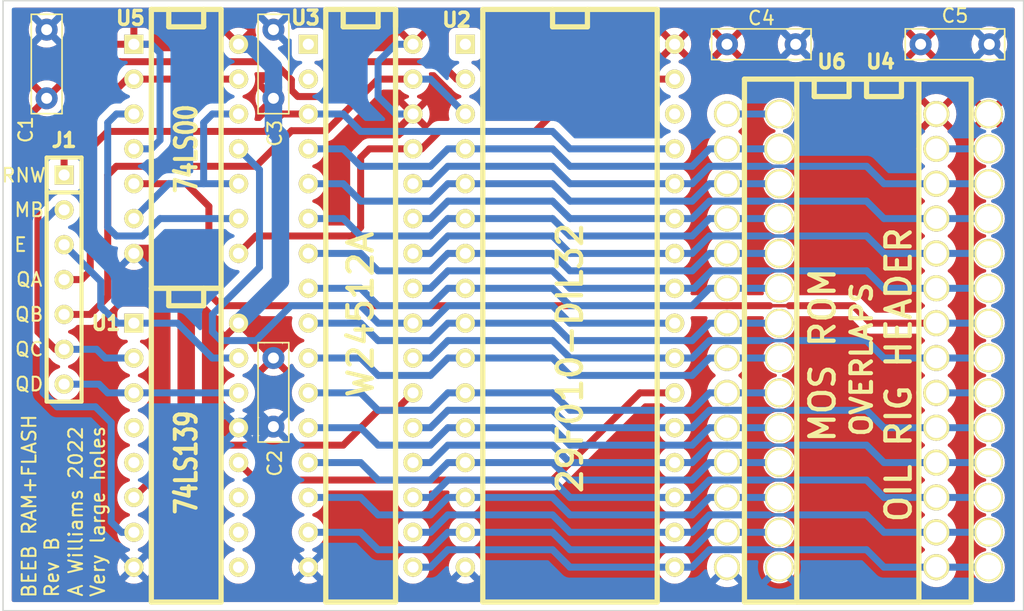
<source format=kicad_pcb>
(kicad_pcb (version 20211014) (generator pcbnew)
  (layers (0 "F.Cu" signal) (31 "B.Cu" signal) (34 "B.Paste" user) (35 "F.Paste" user) (36 "B.SilkS" user "B.Silkscreen") (37 "F.SilkS" user "F.Silkscreen") (38 "B.Mask" user) (39 "F.Mask" user) (44 "Edge.Cuts" user))
  (net 0 "")
  (net 1 "/A0")
  (net 2 "/A1")
  (net 3 "/A10")
  (net 4 "/A11")
  (net 5 "/A12")
  (net 6 "/A13")
  (net 7 "/A2")
  (net 8 "/A3")
  (net 9 "/A4")
  (net 10 "/A5")
  (net 11 "/A6")
  (net 12 "/A7")
  (net 13 "/A8")
  (net 14 "/A9")
  (net 15 "/D0")
  (net 16 "/D1")
  (net 17 "/D2")
  (net 18 "/D3")
  (net 19 "/D4")
  (net 20 "/D5")
  (net 21 "/D6")
  (net 22 "/D7")
  (net 23 "/E")
  (net 24 "/MB")
  (net 25 "/MCE")
  (net 26 "/MOE")
  (net 27 "/MPGM")
  (net 28 "/MVPP")
  (net 29 "/NFLASHCS")
  (net 30 "/NOE")
  (net 31 "/NRAMCS")
  (net 32 "/NWDS")
  (net 33 "/QA")
  (net 34 "/QB")
  (net 35 "/QC")
  (net 36 "/QD")
  (net 37 "/RNW")
  (net 38 "GND")
  (net 39 "VCC")
  (net 47 "Net-(U5-Pad3)")
  (net 48 "Net-(U5-Pad10)")
  (footprint "SIL-7" (layer "F.Cu") (at 215.9 117.475 -90)
    (fp_text reference "J1")
    (fp_text value "CON1" hide)
  )
  (footprint "DIP-32__600" (layer "F.Cu") (at 252.73 119.38 -90)
    (fp_text reference "U2")
    (fp_text value "29F010-DIL32")
  )
  (footprint "DIP-28__600" (layer "F.Cu") (at 275.59 121.92 -90)
    (fp_text reference "U4")
    (fp_text value "OIL RIG HEADER")
  )
  (footprint "DIP-28__600" (layer "F.Cu") (at 271.78 121.92 -90)
    (fp_text reference "U6")
    (fp_text value "MOS ROM")
  )
  (footprint "DIP-16__300" (layer "F.Cu") (at 224.79 129.54 -90)
    (fp_text reference "U1")
    (fp_text value "74LS139")
  )
  (footprint "DIP-14__300" (layer "F.Cu") (at 224.79 107.95 -90)
    (fp_text reference "U5")
    (fp_text value "74LS00")
  )
  (footprint "DIP-32__300" (layer "F.Cu") (at 241.3 119.38 -90)
    (fp_text reference "U3")
    (fp_text value "W24512A")
  )
  (footprint "Capacitor_THT:C_Rect_L7.0mm_W2.0mm_P5.00mm" (layer "F.Cu") (at 231.14 123.19 -90)
    (fp_text reference "C2")
    (fp_text value "0.1uF")
  )
  (footprint "Capacitor_THT:C_Rect_L7.0mm_W2.0mm_P5.00mm" (layer "F.Cu") (at 264.16 100.33)
    (fp_text reference "C4")
    (fp_text value "0.1uF")
  )
  (footprint "Capacitor_THT:C_Rect_L7.0mm_W2.0mm_P5.00mm" (layer "F.Cu") (at 278.257 100.33)
    (fp_text reference "C5")
    (fp_text value "0.1uF")
  )
  (footprint "Capacitor_THT:C_Rect_L7.0mm_W2.0mm_P5.00mm" (layer "F.Cu") (at 214.63 104.267 90)
    (fp_text reference "C1")
    (fp_text value "0.1uF")
  )
  (footprint "Capacitor_THT:C_Rect_L7.0mm_W2.0mm_P5.00mm" (layer "F.Cu") (at 231.14 104.267 90)
    (fp_text reference "C3")
    (fp_text value "0.1uF")
  )
  (gr_line (start 211.455 97.155) (end 285.75 97.155) (layer "Edge.Cuts") (width 0.1))
  (gr_line (start 285.75 97.155) (end 285.75 141.605) (layer "Edge.Cuts") (width 0.1))
  (gr_line (start 211.455 97.155) (end 211.455 141.605) (layer "Edge.Cuts") (width 0.1))
  (gr_line (start 211.455 141.605) (end 285.75 141.605) (layer "Edge.Cuts") (width 0.1))
  (gr_text "Rev B" (at 215.011 138.43 90) (layer "F.SilkS") (effects (font (size 1 1))))
  (gr_text "RNW" (at 212.9536 109.8804) (layer "F.SilkS") (effects (font (size 1 1))))
  (gr_text "QB" (at 213.36 120.015) (layer "F.SilkS") (effects (font (size 1 1))))
  (gr_text "MB" (at 213.36 112.395) (layer "F.SilkS") (effects (font (size 1 1))))
  (gr_text "OVERLAPS" (at 273.9644 123.2916 90) (layer "F.SilkS") (effects (font (size 1.5 1.5) (thickness 0.3))))
  (gr_text "QA" (at 213.36 117.475) (layer "F.SilkS") (effects (font (size 1 1))))
  (gr_text "A Williams 2022\nVery large holes" (at 217.551 134.366 90) (layer "F.SilkS") (effects (font (size 1 1))))
  (gr_text "BEEB RAM+FLASH" (at 213.36 133.985 90) (layer "F.SilkS") (effects (font (size 1 1))))
  (gr_text "QC" (at 213.36 122.555) (layer "F.SilkS") (effects (font (size 1 1))))
  (gr_text "QD" (at 213.36 125.095) (layer "F.SilkS") (effects (font (size 1 1))))
  (gr_text "E" (at 212.725 114.935) (layer "F.SilkS") (effects (font (size 1 1))))
  (segment (start 262.89 128.27) (end 261.62 129.54) (width 0.508) (layer "B.Cu") (net 1))
  (segment (start 261.62 129.54) (end 252.73 129.54) (width 0.508) (layer "B.Cu") (net 1))
  (segment (start 252.73 129.54) (end 251.46 128.27) (width 0.508) (layer "B.Cu") (net 1))
  (segment (start 251.46 128.27) (end 245.11 128.27) (width 0.508) (layer "B.Cu") (net 1))
  (segment (start 243.84 128.27) (end 242.57 129.54) (width 0.508) (layer "B.Cu") (net 1))
  (segment (start 242.57 129.54) (end 238.76 129.54) (width 0.508) (layer "B.Cu") (net 1))
  (segment (start 238.76 129.54) (end 237.49 128.27) (width 0.508) (layer "B.Cu") (net 1))
  (segment (start 237.49 128.27) (end 233.68 128.27) (width 0.508) (layer "B.Cu") (net 1))
  (segment (start 245.11 128.27) (end 243.84 128.27) (width 0.508) (layer "B.Cu") (net 1))
  (segment (start 264.16 128.27) (end 267.97 128.27) (width 0.508) (layer "B.Cu") (net 1))
  (segment (start 264.16 128.27) (end 262.89 128.27) (width 0.508) (layer "B.Cu") (net 1))
  (segment (start 262.89 125.73) (end 261.62 127) (width 0.508) (layer "B.Cu") (net 2))
  (segment (start 261.62 127) (end 252.73 127) (width 0.508) (layer "B.Cu") (net 2))
  (segment (start 252.73 127) (end 251.46 125.73) (width 0.508) (layer "B.Cu") (net 2))
  (segment (start 251.46 125.73) (end 245.11 125.73) (width 0.508) (layer "B.Cu") (net 2))
  (segment (start 243.84 125.73) (end 242.57 127) (width 0.508) (layer "B.Cu") (net 2))
  (segment (start 242.57 127) (end 238.76 127) (width 0.508) (layer "B.Cu") (net 2))
  (segment (start 238.76 127) (end 237.49 125.73) (width 0.508) (layer "B.Cu") (net 2))
  (segment (start 237.49 125.73) (end 233.68 125.73) (width 0.508) (layer "B.Cu") (net 2))
  (segment (start 264.16 125.73) (end 267.97 125.73) (width 0.508) (layer "B.Cu") (net 2))
  (segment (start 264.16 125.73) (end 262.89 125.73) (width 0.508) (layer "B.Cu") (net 2))
  (segment (start 245.11 125.73) (end 243.84 125.73) (width 0.508) (layer "B.Cu") (net 2))
  (segment (start 275.59 123.19) (end 274.32 121.92) (width 0.508) (layer "B.Cu") (net 3))
  (segment (start 262.89 121.92) (end 261.62 123.19) (width 0.508) (layer "B.Cu") (net 3))
  (segment (start 261.62 123.19) (end 260.35 123.19) (width 0.508) (layer "B.Cu") (net 3))
  (segment (start 252.73 123.19) (end 251.46 121.92) (width 0.508) (layer "B.Cu") (net 3))
  (segment (start 251.46 121.92) (end 243.84 121.92) (width 0.508) (layer "B.Cu") (net 3))
  (segment (start 243.84 121.92) (end 242.57 123.19) (width 0.508) (layer "B.Cu") (net 3))
  (segment (start 242.57 123.19) (end 241.3 123.19) (width 0.508) (layer "B.Cu") (net 3))
  (segment (start 279.4 123.19) (end 275.59 123.19) (width 0.508) (layer "B.Cu") (net 3))
  (segment (start 274.2692 121.92) (end 268.732 121.92) (width 0.508) (layer "B.Cu") (net 3))
  (segment (start 260.35 123.19) (end 252.73 123.19) (width 0.508) (layer "B.Cu") (net 3))
  (segment (start 262.89 121.92) (end 267.208 121.92) (width 0.508) (layer "B.Cu") (net 3))
  (segment (start 279.4 123.19) (end 283.21 123.19) (width 0.508) (layer "B.Cu") (net 3))
  (segment (start 267.208 121.92) (end 268.732 121.92) (width 0.254) (layer "B.Cu") (net 3))
  (segment (start 275.59 118.11) (end 274.32 116.84) (width 0.508) (layer "B.Cu") (net 4))
  (segment (start 252.73 118.11) (end 251.46 116.84) (width 0.508) (layer "B.Cu") (net 4))
  (segment (start 251.46 116.84) (end 243.84 116.84) (width 0.508) (layer "B.Cu") (net 4))
  (segment (start 243.84 116.84) (end 242.57 118.11) (width 0.508) (layer "B.Cu") (net 4))
  (segment (start 242.57 118.11) (end 241.3 118.11) (width 0.508) (layer "B.Cu") (net 4))
  (segment (start 274.3454 116.84) (end 268.6812 116.84) (width 0.508) (layer "B.Cu") (net 4))
  (segment (start 260.35 118.11) (end 252.73 118.11) (width 0.508) (layer "B.Cu") (net 4))
  (segment (start 279.4 118.11) (end 275.59 118.11) (width 0.508) (layer "B.Cu") (net 4))
  (segment (start 267.208 116.84) (end 268.6812 116.84) (width 0.254) (layer "B.Cu") (net 4))
  (segment (start 263.0424 116.84) (end 267.208 116.84) (width 0.508) (layer "B.Cu") (net 4))
  (segment (start 263.0424 116.84) (end 261.7724 118.11) (width 0.508) (layer "B.Cu") (net 4))
  (segment (start 261.7724 118.11) (end 260.35 118.11) (width 0.508) (layer "B.Cu") (net 4))
  (segment (start 279.4 118.11) (end 283.21 118.11) (width 0.508) (layer "B.Cu") (net 4))
  (segment (start 262.89 107.95) (end 261.62 109.22) (width 0.508) (layer "B.Cu") (net 5))
  (segment (start 261.62 109.22) (end 252.73 109.22) (width 0.508) (layer "B.Cu") (net 5))
  (segment (start 252.73 109.22) (end 251.46 107.95) (width 0.508) (layer "B.Cu") (net 5))
  (segment (start 251.46 107.95) (end 245.11 107.95) (width 0.508) (layer "B.Cu") (net 5))
  (segment (start 243.84 107.95) (end 242.57 109.22) (width 0.508) (layer "B.Cu") (net 5))
  (segment (start 242.57 109.22) (end 237.49 109.22) (width 0.508) (layer "B.Cu") (net 5))
  (segment (start 237.49 109.22) (end 236.22 107.95) (width 0.508) (layer "B.Cu") (net 5))
  (segment (start 236.22 107.95) (end 233.68 107.95) (width 0.508) (layer "B.Cu") (net 5))
  (segment (start 245.11 107.95) (end 243.84 107.95) (width 0.508) (layer "B.Cu") (net 5))
  (segment (start 264.16 107.95) (end 262.89 107.95) (width 0.508) (layer "B.Cu") (net 5))
  (segment (start 264.16 107.95) (end 267.97 107.95) (width 0.508) (layer "B.Cu") (net 5))
  (segment (start 252.73 110.49) (end 251.46 109.22) (width 0.508) (layer "B.Cu") (net 6))
  (segment (start 251.46 109.22) (end 243.84 109.22) (width 0.508) (layer "B.Cu") (net 6))
  (segment (start 243.84 109.22) (end 242.57 110.49) (width 0.508) (layer "B.Cu") (net 6))
  (segment (start 242.57 110.49) (end 241.3 110.49) (width 0.508) (layer "B.Cu") (net 6))
  (segment (start 279.4 110.49) (end 275.59 110.49) (width 0.508) (layer "B.Cu") (net 6))
  (segment (start 262.89 109.22) (end 261.62 110.49) (width 0.508) (layer "B.Cu") (net 6))
  (segment (start 260.35 110.49) (end 252.73 110.49) (width 0.508) (layer "B.Cu") (net 6))
  (segment (start 267.208 109.22) (end 262.89 109.22) (width 0.508) (layer "B.Cu") (net 6))
  (segment (start 279.4 110.49) (end 283.21 110.49) (width 0.508) (layer "B.Cu") (net 6))
  (segment (start 267.208 109.22) (end 268.732 109.22) (width 0.254) (layer "B.Cu") (net 6))
  (segment (start 274.32 109.22) (end 268.732 109.22) (width 0.508) (layer "B.Cu") (net 6))
  (segment (start 261.62 110.49) (end 260.35 110.49) (width 0.508) (layer "B.Cu") (net 6))
  (segment (start 275.59 110.49) (end 274.32 109.22) (width 0.508) (layer "B.Cu") (net 6))
  (segment (start 262.89 123.19) (end 261.62 124.46) (width 0.508) (layer "B.Cu") (net 7))
  (segment (start 261.62 124.46) (end 252.73 124.46) (width 0.508) (layer "B.Cu") (net 7))
  (segment (start 252.73 124.46) (end 251.46 123.19) (width 0.508) (layer "B.Cu") (net 7))
  (segment (start 251.46 123.19) (end 245.11 123.19) (width 0.508) (layer "B.Cu") (net 7))
  (segment (start 243.84 123.19) (end 242.57 124.46) (width 0.508) (layer "B.Cu") (net 7))
  (segment (start 242.57 124.46) (end 238.76 124.46) (width 0.508) (layer "B.Cu") (net 7))
  (segment (start 238.76 124.46) (end 237.49 123.19) (width 0.508) (layer "B.Cu") (net 7))
  (segment (start 237.49 123.19) (end 233.68 123.19) (width 0.508) (layer "B.Cu") (net 7))
  (segment (start 245.11 123.19) (end 243.84 123.19) (width 0.508) (layer "B.Cu") (net 7))
  (segment (start 264.16 123.19) (end 267.97 123.19) (width 0.508) (layer "B.Cu") (net 7))
  (segment (start 264.16 123.19) (end 262.89 123.19) (width 0.508) (layer "B.Cu") (net 7))
  (segment (start 262.89 120.65) (end 261.62 121.92) (width 0.508) (layer "B.Cu") (net 8))
  (segment (start 261.62 121.92) (end 252.73 121.92) (width 0.508) (layer "B.Cu") (net 8))
  (segment (start 252.73 121.92) (end 251.46 120.65) (width 0.508) (layer "B.Cu") (net 8))
  (segment (start 251.46 120.65) (end 245.11 120.65) (width 0.508) (layer "B.Cu") (net 8))
  (segment (start 243.84 120.65) (end 242.57 121.92) (width 0.508) (layer "B.Cu") (net 8))
  (segment (start 242.57 121.92) (end 238.76 121.92) (width 0.508) (layer "B.Cu") (net 8))
  (segment (start 238.76 121.92) (end 237.49 120.65) (width 0.508) (layer "B.Cu") (net 8))
  (segment (start 237.49 120.65) (end 233.68 120.65) (width 0.508) (layer "B.Cu") (net 8))
  (segment (start 264.16 120.65) (end 262.89 120.65) (width 0.508) (layer "B.Cu") (net 8))
  (segment (start 245.11 120.65) (end 243.84 120.65) (width 0.508) (layer "B.Cu") (net 8))
  (segment (start 264.16 120.65) (end 267.97 120.65) (width 0.508) (layer "B.Cu") (net 8))
  (segment (start 262.89 118.11) (end 261.62 119.38) (width 0.508) (layer "B.Cu") (net 9))
  (segment (start 261.62 119.38) (end 252.73 119.38) (width 0.508) (layer "B.Cu") (net 9))
  (segment (start 252.73 119.38) (end 251.46 118.11) (width 0.508) (layer "B.Cu") (net 9))
  (segment (start 251.46 118.11) (end 245.11 118.11) (width 0.508) (layer "B.Cu") (net 9))
  (segment (start 243.84 118.11) (end 242.57 119.38) (width 0.508) (layer "B.Cu") (net 9))
  (segment (start 242.57 119.38) (end 238.76 119.38) (width 0.508) (layer "B.Cu") (net 9))
  (segment (start 238.76 119.38) (end 237.49 118.11) (width 0.508) (layer "B.Cu") (net 9))
  (segment (start 237.49 118.11) (end 233.68 118.11) (width 0.508) (layer "B.Cu") (net 9))
  (segment (start 245.11 118.11) (end 243.84 118.11) (width 0.508) (layer "B.Cu") (net 9))
  (segment (start 264.16 118.11) (end 262.89 118.11) (width 0.508) (layer "B.Cu") (net 9))
  (segment (start 264.16 118.11) (end 267.97 118.11) (width 0.508) (layer "B.Cu") (net 9))
  (segment (start 262.89 115.57) (end 261.62 116.84) (width 0.508) (layer "B.Cu") (net 10))
  (segment (start 261.62 116.84) (end 252.73 116.84) (width 0.508) (layer "B.Cu") (net 10))
  (segment (start 252.73 116.84) (end 251.46 115.57) (width 0.508) (layer "B.Cu") (net 10))
  (segment (start 251.46 115.57) (end 245.11 115.57) (width 0.508) (layer "B.Cu") (net 10))
  (segment (start 243.84 115.57) (end 242.57 116.84) (width 0.508) (layer "B.Cu") (net 10))
  (segment (start 242.57 116.84) (end 238.76 116.84) (width 0.508) (layer "B.Cu") (net 10))
  (segment (start 238.76 116.84) (end 237.49 115.57) (width 0.508) (layer "B.Cu") (net 10))
  (segment (start 237.49 115.57) (end 233.68 115.57) (width 0.508) (layer "B.Cu") (net 10))
  (segment (start 264.16 115.57) (end 267.97 115.57) (width 0.508) (layer "B.Cu") (net 10))
  (segment (start 264.16 115.57) (end 262.89 115.57) (width 0.508) (layer "B.Cu") (net 10))
  (segment (start 245.11 115.57) (end 243.84 115.57) (width 0.508) (layer "B.Cu") (net 10))
  (segment (start 262.89 113.03) (end 261.62 114.3) (width 0.508) (layer "B.Cu") (net 11))
  (segment (start 261.62 114.3) (end 252.73 114.3) (width 0.508) (layer "B.Cu") (net 11))
  (segment (start 252.73 114.3) (end 251.46 113.03) (width 0.508) (layer "B.Cu") (net 11))
  (segment (start 251.46 113.03) (end 245.11 113.03) (width 0.508) (layer "B.Cu") (net 11))
  (segment (start 243.84 113.03) (end 242.57 114.3) (width 0.508) (layer "B.Cu") (net 11))
  (segment (start 242.57 114.3) (end 237.49 114.3) (width 0.508) (layer "B.Cu") (net 11))
  (segment (start 237.49 114.3) (end 236.22 113.03) (width 0.508) (layer "B.Cu") (net 11))
  (segment (start 236.22 113.03) (end 233.68 113.03) (width 0.508) (layer "B.Cu") (net 11))
  (segment (start 245.11 113.03) (end 243.84 113.03) (width 0.508) (layer "B.Cu") (net 11))
  (segment (start 264.16 113.03) (end 262.89 113.03) (width 0.508) (layer "B.Cu") (net 11))
  (segment (start 264.16 113.03) (end 267.97 113.03) (width 0.508) (layer "B.Cu") (net 11))
  (segment (start 262.89 110.49) (end 261.62 111.76) (width 0.508) (layer "B.Cu") (net 12))
  (segment (start 261.62 111.76) (end 252.73 111.76) (width 0.508) (layer "B.Cu") (net 12))
  (segment (start 252.73 111.76) (end 251.46 110.49) (width 0.508) (layer "B.Cu") (net 12))
  (segment (start 251.46 110.49) (end 245.11 110.49) (width 0.508) (layer "B.Cu") (net 12))
  (segment (start 243.84 110.49) (end 242.57 111.76) (width 0.508) (layer "B.Cu") (net 12))
  (segment (start 242.57 111.76) (end 237.49 111.76) (width 0.508) (layer "B.Cu") (net 12))
  (segment (start 237.49 111.76) (end 236.22 110.49) (width 0.508) (layer "B.Cu") (net 12))
  (segment (start 236.22 110.49) (end 233.68 110.49) (width 0.508) (layer "B.Cu") (net 12))
  (segment (start 245.11 110.49) (end 243.84 110.49) (width 0.508) (layer "B.Cu") (net 12))
  (segment (start 264.16 110.49) (end 262.89 110.49) (width 0.508) (layer "B.Cu") (net 12))
  (segment (start 264.16 110.49) (end 267.97 110.49) (width 0.508) (layer "B.Cu") (net 12))
  (segment (start 252.73 113.03) (end 251.46 111.76) (width 0.508) (layer "B.Cu") (net 13))
  (segment (start 251.46 111.76) (end 243.84 111.76) (width 0.508) (layer "B.Cu") (net 13))
  (segment (start 243.84 111.76) (end 242.57 113.03) (width 0.508) (layer "B.Cu") (net 13))
  (segment (start 242.57 113.03) (end 241.3 113.03) (width 0.508) (layer "B.Cu") (net 13))
  (segment (start 261.62 113.03) (end 260.35 113.03) (width 0.508) (layer "B.Cu") (net 13))
  (segment (start 279.4 113.03) (end 283.21 113.03) (width 0.508) (layer "B.Cu") (net 13))
  (segment (start 267.3096 111.76) (end 262.89 111.76) (width 0.508) (layer "B.Cu") (net 13))
  (segment (start 274.32 111.76) (end 268.6812 111.76) (width 0.508) (layer "B.Cu") (net 13))
  (segment (start 260.35 113.03) (end 252.73 113.03) (width 0.508) (layer "B.Cu") (net 13))
  (segment (start 275.59 113.03) (end 274.32 111.76) (width 0.508) (layer "B.Cu") (net 13))
  (segment (start 267.3096 111.76) (end 268.6812 111.76) (width 0.254) (layer "B.Cu") (net 13))
  (segment (start 262.89 111.76) (end 261.62 113.03) (width 0.508) (layer "B.Cu") (net 13))
  (segment (start 279.4 113.03) (end 275.59 113.03) (width 0.508) (layer "B.Cu") (net 13))
  (segment (start 252.73 115.57) (end 251.46 114.3) (width 0.508) (layer "B.Cu") (net 14))
  (segment (start 251.46 114.3) (end 243.84 114.3) (width 0.508) (layer "B.Cu") (net 14))
  (segment (start 243.84 114.3) (end 242.57 115.57) (width 0.508) (layer "B.Cu") (net 14))
  (segment (start 242.57 115.57) (end 241.3 115.57) (width 0.508) (layer "B.Cu") (net 14))
  (segment (start 274.32 114.3) (end 268.6304 114.3) (width 0.508) (layer "B.Cu") (net 14))
  (segment (start 279.4 115.57) (end 275.59 115.57) (width 0.508) (layer "B.Cu") (net 14))
  (segment (start 267.2588 114.3) (end 262.89 114.3) (width 0.508) (layer "B.Cu") (net 14))
  (segment (start 279.4 115.57) (end 283.21 115.57) (width 0.508) (layer "B.Cu") (net 14))
  (segment (start 261.62 115.57) (end 260.35 115.57) (width 0.508) (layer "B.Cu") (net 14))
  (segment (start 260.35 115.57) (end 252.73 115.57) (width 0.508) (layer "B.Cu") (net 14))
  (segment (start 267.2588 114.3) (end 268.6304 114.3) (width 0.254) (layer "B.Cu") (net 14))
  (segment (start 262.89 114.3) (end 261.62 115.57) (width 0.508) (layer "B.Cu") (net 14))
  (segment (start 275.59 115.57) (end 274.32 114.3) (width 0.508) (layer "B.Cu") (net 14))
  (segment (start 262.89 130.81) (end 261.62 132.08) (width 0.508) (layer "B.Cu") (net 15))
  (segment (start 261.62 132.08) (end 252.73 132.08) (width 0.508) (layer "B.Cu") (net 15))
  (segment (start 252.73 132.08) (end 251.46 130.81) (width 0.508) (layer "B.Cu") (net 15))
  (segment (start 251.46 130.81) (end 245.11 130.81) (width 0.508) (layer "B.Cu") (net 15))
  (segment (start 243.84 130.81) (end 242.57 132.08) (width 0.508) (layer "B.Cu") (net 15))
  (segment (start 242.57 132.08) (end 238.76 132.08) (width 0.508) (layer "B.Cu") (net 15))
  (segment (start 238.76 132.08) (end 237.49 130.81) (width 0.508) (layer "B.Cu") (net 15))
  (segment (start 237.49 130.81) (end 233.68 130.81) (width 0.508) (layer "B.Cu") (net 15))
  (segment (start 264.16 130.81) (end 267.97 130.81) (width 0.508) (layer "B.Cu") (net 15))
  (segment (start 264.16 130.81) (end 262.89 130.81) (width 0.508) (layer "B.Cu") (net 15))
  (segment (start 245.11 130.81) (end 243.84 130.81) (width 0.508) (layer "B.Cu") (net 15))
  (segment (start 262.89 133.35) (end 261.62 134.62) (width 0.508) (layer "B.Cu") (net 16))
  (segment (start 261.62 134.62) (end 252.73 134.62) (width 0.508) (layer "B.Cu") (net 16))
  (segment (start 252.73 134.62) (end 251.46 133.35) (width 0.508) (layer "B.Cu") (net 16))
  (segment (start 251.46 133.35) (end 245.11 133.35) (width 0.508) (layer "B.Cu") (net 16))
  (segment (start 243.84 133.35) (end 242.57 134.62) (width 0.508) (layer "B.Cu") (net 16))
  (segment (start 242.57 134.62) (end 238.76 134.62) (width 0.508) (layer "B.Cu") (net 16))
  (segment (start 238.76 134.62) (end 237.49 133.35) (width 0.508) (layer "B.Cu") (net 16))
  (segment (start 237.49 133.35) (end 233.68 133.35) (width 0.508) (layer "B.Cu") (net 16))
  (segment (start 245.11 133.35) (end 243.84 133.35) (width 0.508) (layer "B.Cu") (net 16))
  (segment (start 264.16 133.35) (end 262.89 133.35) (width 0.508) (layer "B.Cu") (net 16))
  (segment (start 264.16 133.35) (end 267.97 133.35) (width 0.508) (layer "B.Cu") (net 16))
  (segment (start 262.89 135.89) (end 261.62 137.16) (width 0.508) (layer "B.Cu") (net 17))
  (segment (start 261.62 137.16) (end 252.73 137.16) (width 0.508) (layer "B.Cu") (net 17))
  (segment (start 252.73 137.16) (end 251.46 135.89) (width 0.508) (layer "B.Cu") (net 17))
  (segment (start 251.46 135.89) (end 245.11 135.89) (width 0.508) (layer "B.Cu") (net 17))
  (segment (start 243.84 135.89) (end 242.57 137.16) (width 0.508) (layer "B.Cu") (net 17))
  (segment (start 242.57 137.16) (end 238.76 137.16) (width 0.508) (layer "B.Cu") (net 17))
  (segment (start 238.76 137.16) (end 237.49 135.89) (width 0.508) (layer "B.Cu") (net 17))
  (segment (start 237.49 135.89) (end 233.68 135.89) (width 0.508) (layer "B.Cu") (net 17))
  (segment (start 264.16 135.89) (end 267.97 135.89) (width 0.508) (layer "B.Cu") (net 17))
  (segment (start 245.11 135.89) (end 243.84 135.89) (width 0.508) (layer "B.Cu") (net 17))
  (segment (start 264.16 135.89) (end 262.89 135.89) (width 0.508) (layer "B.Cu") (net 17))
  (segment (start 252.73 138.43) (end 251.46 137.16) (width 0.508) (layer "B.Cu") (net 18))
  (segment (start 251.46 137.16) (end 243.84 137.16) (width 0.508) (layer "B.Cu") (net 18))
  (segment (start 243.84 137.16) (end 242.57 138.43) (width 0.508) (layer "B.Cu") (net 18))
  (segment (start 242.57 138.43) (end 241.3 138.43) (width 0.508) (layer "B.Cu") (net 18))
  (segment (start 267.2588 137.16) (end 268.6812 137.16) (width 0.254) (layer "B.Cu") (net 18))
  (segment (start 267.2588 137.16) (end 262.89 137.16) (width 0.508) (layer "B.Cu") (net 18))
  (segment (start 279.4 138.43) (end 283.21 138.43) (width 0.508) (layer "B.Cu") (net 18))
  (segment (start 260.35 138.43) (end 252.73 138.43) (width 0.508) (layer "B.Cu") (net 18))
  (segment (start 274.32 137.16) (end 268.6812 137.16) (width 0.508) (layer "B.Cu") (net 18))
  (segment (start 262.89 137.16) (end 261.62 138.43) (width 0.508) (layer "B.Cu") (net 18))
  (segment (start 275.59 138.43) (end 274.32 137.16) (width 0.508) (layer "B.Cu") (net 18))
  (segment (start 261.62 138.43) (end 260.35 138.43) (width 0.508) (layer "B.Cu") (net 18))
  (segment (start 279.4 138.43) (end 275.59 138.43) (width 0.508) (layer "B.Cu") (net 18))
  (segment (start 275.59 135.89) (end 274.32 134.62) (width 0.508) (layer "B.Cu") (net 19))
  (segment (start 260.35 135.89) (end 252.73 135.89) (width 0.508) (layer "B.Cu") (net 19))
  (segment (start 252.73 135.89) (end 251.46 134.62) (width 0.508) (layer "B.Cu") (net 19))
  (segment (start 251.46 134.62) (end 243.84 134.62) (width 0.508) (layer "B.Cu") (net 19))
  (segment (start 243.84 134.62) (end 242.57 135.89) (width 0.508) (layer "B.Cu") (net 19))
  (segment (start 242.57 135.89) (end 241.3 135.89) (width 0.508) (layer "B.Cu") (net 19))
  (segment (start 274.3708 134.6708) (end 274.32 134.62) (width 0.508) (layer "B.Cu") (net 19))
  (segment (start 267.208 134.62) (end 262.89 134.62) (width 0.508) (layer "B.Cu") (net 19))
  (segment (start 274.32 134.62) (end 268.6812 134.62) (width 0.508) (layer "B.Cu") (net 19))
  (segment (start 262.89 134.62) (end 261.62 135.89) (width 0.508) (layer "B.Cu") (net 19))
  (segment (start 279.4 135.89) (end 275.59 135.89) (width 0.508) (layer "B.Cu") (net 19))
  (segment (start 267.208 134.62) (end 268.6812 134.62) (width 0.254) (layer "B.Cu") (net 19))
  (segment (start 279.4 135.89) (end 283.21 135.89) (width 0.508) (layer "B.Cu") (net 19))
  (segment (start 261.62 135.89) (end 260.35 135.89) (width 0.508) (layer "B.Cu") (net 19))
  (segment (start 252.73 133.35) (end 251.46 132.08) (width 0.508) (layer "B.Cu") (net 20))
  (segment (start 251.46 132.08) (end 243.84 132.08) (width 0.508) (layer "B.Cu") (net 20))
  (segment (start 243.84 132.08) (end 242.57 133.35) (width 0.508) (layer "B.Cu") (net 20))
  (segment (start 242.57 133.35) (end 241.3 133.35) (width 0.508) (layer "B.Cu") (net 20))
  (segment (start 260.35 133.35) (end 252.73 133.35) (width 0.508) (layer "B.Cu") (net 20))
  (segment (start 274.32 132.08) (end 268.6812 132.08) (width 0.508) (layer "B.Cu") (net 20))
  (segment (start 279.4 133.35) (end 275.59 133.35) (width 0.508) (layer "B.Cu") (net 20))
  (segment (start 262.89 132.08) (end 261.62 133.35) (width 0.508) (layer "B.Cu") (net 20))
  (segment (start 261.62 133.35) (end 260.35 133.35) (width 0.508) (layer "B.Cu") (net 20))
  (segment (start 267.2588 132.08) (end 268.6812 132.08) (width 0.254) (layer "B.Cu") (net 20))
  (segment (start 275.59 133.35) (end 274.32 132.08) (width 0.508) (layer "B.Cu") (net 20))
  (segment (start 279.4 133.35) (end 283.21 133.35) (width 0.508) (layer "B.Cu") (net 20))
  (segment (start 267.2588 132.08) (end 262.89 132.08) (width 0.508) (layer "B.Cu") (net 20))
  (segment (start 262.89 129.54) (end 261.62 130.81) (width 0.508) (layer "B.Cu") (net 21))
  (segment (start 261.62 130.81) (end 260.35 130.81) (width 0.508) (layer "B.Cu") (net 21))
  (segment (start 252.73 130.81) (end 251.46 129.54) (width 0.508) (layer "B.Cu") (net 21))
  (segment (start 251.46 129.54) (end 243.84 129.54) (width 0.508) (layer "B.Cu") (net 21))
  (segment (start 243.84 129.54) (end 242.57 130.81) (width 0.508) (layer "B.Cu") (net 21))
  (segment (start 242.57 130.81) (end 241.3 130.81) (width 0.508) (layer "B.Cu") (net 21))
  (segment (start 260.35 130.81) (end 252.73 130.81) (width 0.508) (layer "B.Cu") (net 21))
  (segment (start 279.4 130.81) (end 275.59 130.81) (width 0.508) (layer "B.Cu") (net 21))
  (segment (start 267.2588 129.54) (end 268.732 129.54) (width 0.254) (layer "B.Cu") (net 21))
  (segment (start 279.4 130.81) (end 283.21 130.81) (width 0.508) (layer "B.Cu") (net 21))
  (segment (start 274.32 129.54) (end 268.732 129.54) (width 0.508) (layer "B.Cu") (net 21))
  (segment (start 262.89 129.54) (end 267.2588 129.54) (width 0.508) (layer "B.Cu") (net 21))
  (segment (start 275.59 130.81) (end 274.32 129.54) (width 0.508) (layer "B.Cu") (net 21))
  (segment (start 260.35 128.27) (end 252.73 128.27) (width 0.508) (layer "B.Cu") (net 22))
  (segment (start 252.73 128.27) (end 251.46 127) (width 0.508) (layer "B.Cu") (net 22))
  (segment (start 251.46 127) (end 243.84 127) (width 0.508) (layer "B.Cu") (net 22))
  (segment (start 243.84 127) (end 242.57 128.27) (width 0.508) (layer "B.Cu") (net 22))
  (segment (start 242.57 128.27) (end 241.3 128.27) (width 0.508) (layer "B.Cu") (net 22))
  (segment (start 279.4 128.27) (end 275.59 128.27) (width 0.508) (layer "B.Cu") (net 22))
  (segment (start 274.32 127) (end 268.6812 127) (width 0.508) (layer "B.Cu") (net 22))
  (segment (start 262.89 127) (end 267.2588 127) (width 0.508) (layer "B.Cu") (net 22))
  (segment (start 261.62 128.27) (end 262.89 127) (width 0.508) (layer "B.Cu") (net 22))
  (segment (start 279.4 128.27) (end 283.21 128.27) (width 0.508) (layer "B.Cu") (net 22))
  (segment (start 260.35 128.27) (end 261.62 128.27) (width 0.508) (layer "B.Cu") (net 22))
  (segment (start 275.59 128.27) (end 274.32 127) (width 0.508) (layer "B.Cu") (net 22))
  (segment (start 267.2588 127) (end 268.6812 127) (width 0.254) (layer "B.Cu") (net 22))
  (segment (start 228.6 123.19) (end 226.695 123.19) (width 0.508) (layer "B.Cu") (net 23))
  (segment (start 218.56701 117.60201) (end 215.9 114.935) (width 0.508) (layer "B.Cu") (net 23))
  (segment (start 218.56701 119.44351) (end 218.56701 117.60201) (width 0.508) (layer "B.Cu") (net 23))
  (segment (start 219.7735 120.65) (end 218.56701 119.44351) (width 0.508) (layer "B.Cu") (net 23))
  (segment (start 224.155 120.65) (end 220.98 120.65) (width 0.508) (layer "B.Cu") (net 23))
  (segment (start 220.98 120.65) (end 219.7735 120.65) (width 0.508) (layer "B.Cu") (net 23))
  (segment (start 226.695 123.19) (end 224.155 120.65) (width 0.508) (layer "B.Cu") (net 23))
  (segment (start 214.376 113.284) (end 214.376 125.73) (width 0.508) (layer "B.Cu") (net 24))
  (segment (start 215.392 126.746) (end 218.186 126.746) (width 0.508) (layer "B.Cu") (net 24))
  (segment (start 219.329 135.128) (end 220.091 135.89) (width 0.508) (layer "B.Cu") (net 24))
  (segment (start 219.329 127.889) (end 219.329 135.128) (width 0.508) (layer "B.Cu") (net 24))
  (segment (start 215.9 112.395) (end 215.265 112.395) (width 0.508) (layer "B.Cu") (net 24))
  (segment (start 215.265 112.395) (end 214.376 113.284) (width 0.508) (layer "B.Cu") (net 24))
  (segment (start 218.186 126.746) (end 219.329 127.889) (width 0.508) (layer "B.Cu") (net 24))
  (segment (start 214.376 125.73) (end 215.392 126.746) (width 0.508) (layer "B.Cu") (net 24))
  (segment (start 220.091 135.89) (end 220.98 135.89) (width 0.508) (layer "B.Cu") (net 24))
  (segment (start 279.4 125.73) (end 283.21 125.73) (width 0.508) (layer "B.Cu") (net 25))
  (segment (start 267.2588 119.38) (end 227.4062 119.38) (width 0.508) (layer "F.Cu") (net 26))
  (segment (start 279.4 120.65) (end 274.6248 120.65) (width 0.508) (layer "F.Cu") (net 26))
  (segment (start 226.377501 118.427501) (end 226.377501 118.4148) (width 0.508) (layer "F.Cu") (net 26))
  (segment (start 267.2588 119.38) (end 268.6939 119.38) (width 0.254) (layer "F.Cu") (net 26))
  (segment (start 273.3548 119.38) (end 268.693901 119.38) (width 0.508) (layer "F.Cu") (net 26))
  (segment (start 274.6248 120.65) (end 273.3548 119.38) (width 0.508) (layer "F.Cu") (net 26))
  (segment (start 224.79 110.49) (end 220.98 110.49) (width 0.508) (layer "F.Cu") (net 26))
  (segment (start 226.441 112.141) (end 224.79 110.49) (width 0.508) (layer "F.Cu") (net 26))
  (segment (start 226.441 118.491) (end 226.441 112.141) (width 0.508) (layer "F.Cu") (net 26))
  (segment (start 227.33 119.38) (end 226.377501 118.427501) (width 0.508) (layer "F.Cu") (net 26))
  (segment (start 279.4 120.65) (end 283.21 120.65) (width 0.508) (layer "B.Cu") (net 26))
  (segment (start 279.4 107.95) (end 283.21 107.95) (width 0.508) (layer "B.Cu") (net 27))
  (segment (start 267.97 105.41) (end 264.16 105.41) (width 0.508) (layer "B.Cu") (net 28))
  (segment (start 251.46 132.08) (end 229.87 132.08) (width 0.508) (layer "F.Cu") (net 29))
  (segment (start 257.81 125.73) (end 251.46 132.08) (width 0.508) (layer "F.Cu") (net 29))
  (segment (start 260.35 125.73) (end 257.81 125.73) (width 0.508) (layer "F.Cu") (net 29))
  (segment (start 229.87 132.08) (end 228.6 130.81) (width 0.508) (layer "F.Cu") (net 29))
  (segment (start 252.73 120.65) (end 251.46 119.38) (width 0.508) (layer "B.Cu") (net 30))
  (segment (start 251.46 119.38) (end 243.84 119.38) (width 0.508) (layer "B.Cu") (net 30))
  (segment (start 243.84 119.38) (end 242.57 120.65) (width 0.508) (layer "B.Cu") (net 30))
  (segment (start 242.57 120.65) (end 241.3 120.65) (width 0.508) (layer "B.Cu") (net 30))
  (segment (start 230.124 109.474) (end 228.6 107.95) (width 0.508) (layer "B.Cu") (net 30))
  (segment (start 238.76 120.65) (end 237.49 119.38) (width 0.508) (layer "B.Cu") (net 30))
  (segment (start 226.695 121.285) (end 226.695 120.015) (width 0.508) (layer "B.Cu") (net 30))
  (segment (start 237.49 119.38) (end 232.41 119.38) (width 0.508) (layer "B.Cu") (net 30))
  (segment (start 229.87 121.92) (end 227.33 121.92) (width 0.508) (layer "B.Cu") (net 30))
  (segment (start 230.124 116.586) (end 230.124 109.474) (width 0.508) (layer "B.Cu") (net 30))
  (segment (start 260.35 120.65) (end 252.73 120.65) (width 0.508) (layer "B.Cu") (net 30))
  (segment (start 227.33 121.92) (end 226.695 121.285) (width 0.508) (layer "B.Cu") (net 30))
  (segment (start 226.695 120.015) (end 230.124 116.586) (width 0.508) (layer "B.Cu") (net 30))
  (segment (start 232.41 119.38) (end 229.87 121.92) (width 0.508) (layer "B.Cu") (net 30))
  (segment (start 241.3 120.65) (end 238.76 120.65) (width 0.508) (layer "B.Cu") (net 30))
  (segment (start 238.76 127) (end 240.03 127) (width 0.508) (layer "F.Cu") (net 31))
  (segment (start 240.03 127) (end 240.601501 126.428499) (width 0.508) (layer "F.Cu") (net 31))
  (segment (start 224.79 129.54) (end 236.22 129.54) (width 0.508) (layer "F.Cu") (net 31))
  (segment (start 220.98 133.35) (end 224.79 129.54) (width 0.508) (layer "F.Cu") (net 31))
  (segment (start 240.601501 126.428499) (end 241.3 125.73) (width 0.508) (layer "F.Cu") (net 31))
  (segment (start 236.22 129.54) (end 238.76 127) (width 0.508) (layer "F.Cu") (net 31))
  (segment (start 241.935 107.95) (end 243.205 106.68) (width 0.508) (layer "F.Cu") (net 32))
  (segment (start 243.205 106.68) (end 250.19 106.68) (width 0.508) (layer "F.Cu") (net 32))
  (segment (start 250.19 106.68) (end 254 102.87) (width 0.508) (layer "F.Cu") (net 32))
  (segment (start 254 102.87) (end 260.35 102.87) (width 0.508) (layer "F.Cu") (net 32))
  (segment (start 237.49 113.665) (end 236.855 114.3) (width 0.508) (layer "F.Cu") (net 32))
  (segment (start 241.3 107.95) (end 238.125 107.95) (width 0.508) (layer "F.Cu") (net 32))
  (segment (start 241.3 107.95) (end 241.935 107.95) (width 0.508) (layer "F.Cu") (net 32))
  (segment (start 238.125 107.95) (end 237.49 108.585) (width 0.508) (layer "F.Cu") (net 32))
  (segment (start 229.87 114.3) (end 228.6 115.57) (width 0.508) (layer "F.Cu") (net 32))
  (segment (start 237.49 108.585) (end 237.49 113.665) (width 0.508) (layer "F.Cu") (net 32))
  (segment (start 236.855 114.3) (end 229.87 114.3) (width 0.508) (layer "F.Cu") (net 32))
  (segment (start 230.505 106.68) (end 219.075 106.68) (width 0.508) (layer "F.Cu") (net 33))
  (segment (start 231.775 105.41) (end 230.505 106.68) (width 0.508) (layer "F.Cu") (net 33))
  (segment (start 217.805 107.95) (end 217.805 116.84) (width 0.508) (layer "F.Cu") (net 33))
  (segment (start 217.805 116.84) (end 217.17 117.475) (width 0.508) (layer "F.Cu") (net 33))
  (segment (start 219.075 106.68) (end 217.805 107.95) (width 0.508) (layer "F.Cu") (net 33))
  (segment (start 217.17 117.475) (end 215.9 117.475) (width 0.508) (layer "F.Cu") (net 33))
  (segment (start 233.68 105.41) (end 231.775 105.41) (width 0.508) (layer "F.Cu") (net 33))
  (segment (start 252.73 107.95) (end 251.46 106.68) (width 0.508) (layer "B.Cu") (net 33))
  (segment (start 251.46 106.68) (end 237.49 106.68) (width 0.508) (layer "B.Cu") (net 33))
  (segment (start 237.49 106.68) (end 236.22 105.41) (width 0.508) (layer "B.Cu") (net 33))
  (segment (start 236.22 105.41) (end 233.68 105.41) (width 0.508) (layer "B.Cu") (net 33))
  (segment (start 260.35 107.95) (end 252.73 107.95) (width 0.508) (layer "B.Cu") (net 33))
  (segment (start 219.075 118.745) (end 217.805 120.015) (width 0.508) (layer "F.Cu") (net 34))
  (segment (start 217.805 120.015) (end 215.9 120.015) (width 0.508) (layer "F.Cu") (net 34))
  (segment (start 238.76 102.87) (end 235.001442 106.628558) (width 0.508) (layer "F.Cu") (net 34))
  (segment (start 241.3 102.87) (end 238.76 102.87) (width 0.508) (layer "F.Cu") (net 34))
  (segment (start 229.87 109.22) (end 219.71 109.22) (width 0.508) (layer "F.Cu") (net 34))
  (segment (start 219.71 109.22) (end 219.075 109.855) (width 0.508) (layer "F.Cu") (net 34))
  (segment (start 232.461442 106.628558) (end 229.87 109.22) (width 0.508) (layer "F.Cu") (net 34))
  (segment (start 219.075 109.855) (end 219.075 118.745) (width 0.508) (layer "F.Cu") (net 34))
  (segment (start 235.001442 106.628558) (end 232.461442 106.628558) (width 0.508) (layer "F.Cu") (net 34))
  (segment (start 242.57 102.87) (end 241.3 102.87) (width 0.508) (layer "B.Cu") (net 34))
  (segment (start 245.11 105.41) (end 242.57 102.87) (width 0.508) (layer "B.Cu") (net 34))
  (segment (start 215.9 122.555) (end 215.265 122.555) (width 0.508) (layer "F.Cu") (net 35))
  (segment (start 244.475 102.87) (end 243.205 101.6) (width 0.508) (layer "F.Cu") (net 35))
  (segment (start 237.744 101.6) (end 235.204 104.14) (width 0.508) (layer "F.Cu") (net 35))
  (segment (start 235.204 104.14) (end 233.045 104.14) (width 0.508) (layer "F.Cu") (net 35))
  (segment (start 243.205 101.6) (end 237.744 101.6) (width 0.508) (layer "F.Cu") (net 35))
  (segment (start 245.11 102.87) (end 244.475 102.87) (width 0.508) (layer "F.Cu") (net 35))
  (segment (start 231.124792 101.6) (end 232.448 102.923208) (width 0.508) (layer "F.Cu") (net 35))
  (segment (start 213.995 107.569) (end 219.964 101.6) (width 0.508) (layer "F.Cu") (net 35))
  (segment (start 213.995 121.285) (end 213.995 107.569) (width 0.508) (layer "F.Cu") (net 35))
  (segment (start 215.265 122.555) (end 213.995 121.285) (width 0.508) (layer "F.Cu") (net 35))
  (segment (start 219.964 101.6) (end 231.124792 101.6) (width 0.508) (layer "F.Cu") (net 35))
  (segment (start 232.448 103.67) (end 232.918 104.14) (width 0.508) (layer "F.Cu") (net 35))
  (segment (start 232.448 102.923208) (end 232.448 103.67) (width 0.508) (layer "F.Cu") (net 35))
  (segment (start 218.263586 122.555) (end 215.9 122.555) (width 0.508) (layer "B.Cu") (net 35))
  (segment (start 218.898586 123.19) (end 218.263586 122.555) (width 0.508) (layer "B.Cu") (net 35))
  (segment (start 220.98 123.19) (end 218.898586 123.19) (width 0.508) (layer "B.Cu") (net 35))
  (segment (start 220.98 125.73) (end 219.075 125.73) (width 0.508) (layer "B.Cu") (net 36))
  (segment (start 219.075 125.73) (end 218.44 125.095) (width 0.508) (layer "B.Cu") (net 36))
  (segment (start 228.6 125.73) (end 220.98 125.73) (width 0.508) (layer "B.Cu") (net 36))
  (segment (start 218.44 125.095) (end 215.9 125.095) (width 0.508) (layer "B.Cu") (net 36))
  (segment (start 215.9 107.442) (end 215.9 109.855) (width 0.508) (layer "F.Cu") (net 37))
  (segment (start 228.6 102.87) (end 220.472 102.87) (width 0.508) (layer "F.Cu") (net 37))
  (segment (start 220.472 102.87) (end 215.9 107.442) (width 0.508) (layer "F.Cu") (net 37))
  (segment (start 226.06 128.27) (end 224.79 127) (width 1.27) (layer "F.Cu") (net 38))
  (segment (start 223.52 115.57) (end 220.98 115.57) (width 1.27) (layer "F.Cu") (net 38))
  (segment (start 224.79 127) (end 224.79 116.84) (width 1.27) (layer "F.Cu") (net 38))
  (segment (start 228.6 128.27) (end 226.06 128.27) (width 1.27) (layer "F.Cu") (net 38))
  (segment (start 224.79 116.84) (end 223.52 115.57) (width 1.27) (layer "F.Cu") (net 38))
  (segment (start 228.68 128.19) (end 228.6 128.27) (width 1.27) (layer "B.Cu") (net 38))
  (segment (start 231.14 128.19) (end 228.68 128.19) (width 1.27) (layer "B.Cu") (net 38))
  (segment (start 229.87 120.65) (end 231.14 121.92) (width 1.27) (layer "F.Cu") (net 39))
  (segment (start 228.6 120.65) (end 229.87 120.65) (width 1.27) (layer "F.Cu") (net 39))
  (segment (start 231.14 121.92) (end 231.14 123.19) (width 1.27) (layer "F.Cu") (net 39))
  (segment (start 240.03 105.41) (end 238.76 104.14) (width 0.508) (layer "B.Cu") (net 39))
  (segment (start 238.76 104.14) (end 238.76 101.6) (width 0.508) (layer "B.Cu") (net 39))
  (segment (start 238.76 101.6) (end 240.03 100.33) (width 0.508) (layer "B.Cu") (net 39))
  (segment (start 240.03 100.33) (end 241.3 100.33) (width 0.508) (layer "B.Cu") (net 39))
  (segment (start 231.14 103.465) (end 231.14 106.553) (width 1.27) (layer "B.Cu") (net 39))
  (segment (start 241.3 105.41) (end 240.03 105.41) (width 0.508) (layer "B.Cu") (net 39))
  (segment (start 231.14 106.553) (end 231.648 107.061) (width 1.27) (layer "B.Cu") (net 39))
  (segment (start 228.6 100.33) (end 229.489 100.33) (width 1.27) (layer "B.Cu") (net 39))
  (segment (start 222.885 107.315) (end 222.25 107.95) (width 0.508) (layer "B.Cu") (net 39))
  (segment (start 222.25 107.95) (end 220.98 107.95) (width 0.508) (layer "B.Cu") (net 39))
  (segment (start 231.648 117.602) (end 228.6 120.65) (width 1.27) (layer "B.Cu") (net 39))
  (segment (start 220.98 100.33) (end 222.25 100.33) (width 0.508) (layer "B.Cu") (net 39))
  (segment (start 231.648 107.061) (end 231.648 117.602) (width 1.27) (layer "B.Cu") (net 39))
  (segment (start 222.885 100.965) (end 222.885 107.315) (width 0.508) (layer "B.Cu") (net 39))
  (segment (start 231.14 101.981) (end 231.14 103.465) (width 1.27) (layer "B.Cu") (net 39))
  (segment (start 222.25 100.33) (end 222.885 100.965) (width 0.508) (layer "B.Cu") (net 39))
  (segment (start 229.489 100.33) (end 231.14 101.981) (width 1.27) (layer "B.Cu") (net 39))
  (segment (start 222.885 113.03) (end 228.6 113.03) (width 0.508) (layer "B.Cu") (net 47))
  (segment (start 221.615 114.3) (end 222.885 113.03) (width 0.508) (layer "B.Cu") (net 47))
  (segment (start 220.98 105.41) (end 219.71 105.41) (width 0.508) (layer "B.Cu") (net 47))
  (segment (start 219.075 113.665) (end 219.71 114.3) (width 0.508) (layer "B.Cu") (net 47))
  (segment (start 219.71 105.41) (end 219.075 106.045) (width 0.508) (layer "B.Cu") (net 47))
  (segment (start 219.075 106.045) (end 219.075 113.665) (width 0.508) (layer "B.Cu") (net 47))
  (segment (start 219.71 114.3) (end 221.615 114.3) (width 0.508) (layer "B.Cu") (net 47))
  (segment (start 226.695 105.41) (end 226.06 106.045) (width 0.508) (layer "B.Cu") (net 48))
  (segment (start 228.6 105.41) (end 226.695 105.41) (width 0.508) (layer "B.Cu") (net 48))
  (segment (start 220.98 113.03) (end 223.52 110.49) (width 0.508) (layer "B.Cu") (net 48))
  (segment (start 226.06 106.045) (end 226.06 110.49) (width 0.508) (layer "B.Cu") (net 48))
  (segment (start 223.52 110.49) (end 226.06 110.49) (width 0.508) (layer "B.Cu") (net 48))
  (segment (start 226.06 110.49) (end 228.6 110.49) (width 0.508) (layer "B.Cu") (net 48))
  (zone (net 39) (net_name "VCC") (layer "F.Cu") (connect_pads (clearance 0.508)) (min_thickness 0.254) (fill yes (thermal_gap 0.508) (thermal_bridge_width 0.508))
    (polygon (pts (xy 285.115 140.97) (xy 212.09 140.97) (xy 212.217 97.663) (xy 285.115 97.663)))
  )
  (zone (net 38) (net_name "GND") (layer "B.Cu") (connect_pads (clearance 0.508)) (min_thickness 0.254) (fill yes (thermal_gap 0.508) (thermal_bridge_width 0.508))
    (polygon (pts (xy 285.115 140.97) (xy 212.09 140.97) (xy 212.09 97.663) (xy 285.115 97.663)))
  )
)
</source>
